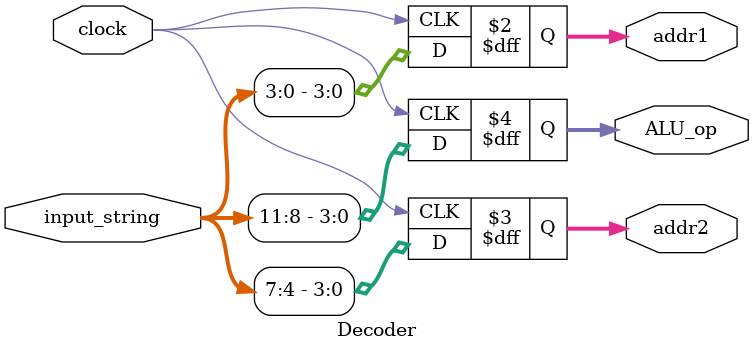
<source format=v>
module Decoder(
	input [11:0]input_string,
	input clock,
	output reg [3:0]addr1, addr2, ALU_op);
	
always @(posedge clock)
begin
	addr1 = input_string[3:0];
	addr2 = input_string[7:4];
	ALU_op = input_string[11:8];
end
endmodule

</source>
